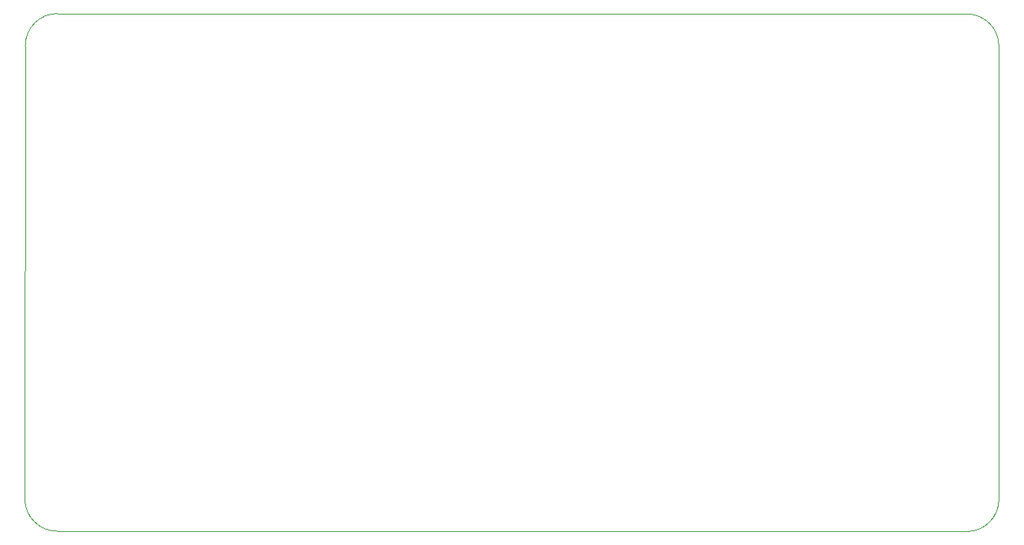
<source format=gm1>
G04 #@! TF.GenerationSoftware,KiCad,Pcbnew,5.1.11-e4df9d881f~92~ubuntu20.04.1*
G04 #@! TF.CreationDate,2021-11-03T00:14:50+01:00*
G04 #@! TF.ProjectId,CC dimmer low voltage,43432064-696d-46d6-9572-206c6f772076,0.97*
G04 #@! TF.SameCoordinates,Original*
G04 #@! TF.FileFunction,Profile,NP*
%FSLAX46Y46*%
G04 Gerber Fmt 4.6, Leading zero omitted, Abs format (unit mm)*
G04 Created by KiCad (PCBNEW 5.1.11-e4df9d881f~92~ubuntu20.04.1) date 2021-11-03 00:14:50*
%MOMM*%
%LPD*%
G01*
G04 APERTURE LIST*
G04 #@! TA.AperFunction,Profile*
%ADD10C,0.100000*%
G04 #@! TD*
G04 APERTURE END LIST*
D10*
X105308400Y-54102000D02*
X105257600Y-104165400D01*
X212699600Y-54152800D02*
X212699600Y-104216200D01*
X209143600Y-50596800D02*
X108864400Y-50546000D01*
X209143600Y-107772200D02*
X108813600Y-107721400D01*
X105308400Y-54102000D02*
G75*
G02*
X108864400Y-50546000I3556000J0D01*
G01*
X108813600Y-107721400D02*
G75*
G02*
X105257600Y-104165400I0J3556000D01*
G01*
X209143600Y-50596800D02*
G75*
G02*
X212699600Y-54152800I0J-3556000D01*
G01*
X212699600Y-104216200D02*
G75*
G02*
X209143600Y-107772200I-3556000J0D01*
G01*
M02*

</source>
